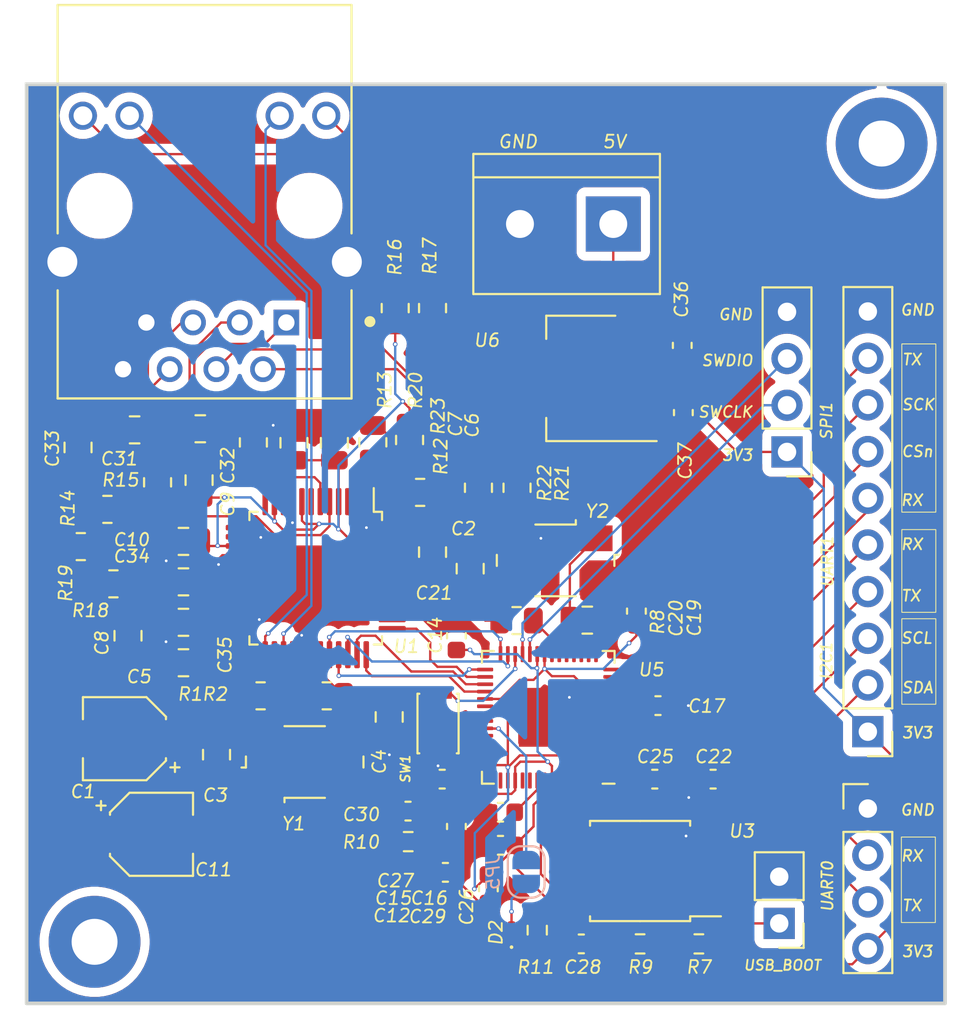
<source format=kicad_pcb>
(kicad_pcb (version 20221018) (generator pcbnew)
  (layers (0 "F.Cu" signal) (31 "B.Cu" signal) (34 "B.Paste" user) (35 "F.Paste" user) (36 "B.SilkS" user "B.Silkscreen") (37 "F.SilkS" user "F.Silkscreen") (38 "B.Mask" user) (39 "F.Mask" user) (44 "Edge.Cuts" user))
  (net 0 "")
  (net 1 "+3V3")
  (net 2 "GND")
  (net 3 "Net-(C3-Pad1)")
  (net 4 "/W5500/XOUT")
  (net 5 "+1V1")
  (net 6 "/RP2040/XIN")
  (net 7 "Net-(C21-Pad2)")
  (net 8 "/RP2040/RUN")
  (net 9 "Net-(C31-Pad1)")
  (net 10 "Net-(C31-Pad2)")
  (net 11 "Net-(C32-Pad1)")
  (net 12 "Net-(C32-Pad2)")
  (net 13 "Net-(C33-Pad1)")
  (net 14 "Net-(U1-TOCAP)")
  (net 15 "Net-(U1-1V2O)")
  (net 16 "Net-(J1-Pin_1)")
  (net 17 "Net-(D2-K)")
  (net 18 "Net-(D2-A)")
  (net 19 "/RP2040/UART1_TX")
  (net 20 "/RP2040/UART1_RX")
  (net 21 "/RP2040/I2C1_SDA")
  (net 22 "/RP2040/I2C1_SCL")
  (net 23 "/RP2040/SPI1_TX")
  (net 24 "/RP2040/SPI1_CSn")
  (net 25 "/RP2040/SPI1_SCK")
  (net 26 "/RP2040/SPI1_RX")
  (net 27 "/RP2040/USB_BOOT")
  (net 28 "/RP2040/UART0_RX")
  (net 29 "/RP2040/UART0_TX")
  (net 30 "/RP2040/SWCLK")
  (net 31 "/RP2040/SWDIO")
  (net 32 "Net-(Jeee1-Pad1)")
  (net 33 "Net-(Jeee1-Pad2)")
  (net 34 "Net-(Jeee1-Pad4)")
  (net 35 "Net-(Jeee1-Pad9)")
  (net 36 "ACTLED")
  (net 37 "Net-(Jeee1-Pad12)")
  (net 38 "LINKLED")
  (net 39 "/RP2040/GPIO25")
  (net 40 "/W5500/XIN")
  (net 41 "/RP2040/QSPI_SS")
  (net 42 "/RP2040/XOUT")
  (net 43 "Net-(U1-TXN)")
  (net 44 "Net-(U1-TXP)")
  (net 45 "Net-(U1-RXN)")
  (net 46 "Net-(U1-RXP)")
  (net 47 "Net-(U1-EXRES1)")
  (net 54 "/W5500/SCS")
  (net 55 "/W5500/SCLK")
  (net 56 "/W5500/MISO")
  (net 57 "/W5500/MOSI")
  (net 58 "/W5500/INTN")
  (net 59 "/W5500/RSTN")
  (net 67 "/RP2040/QSPI_SD1")
  (net 68 "/RP2040/QSPI_SD2")
  (net 69 "/RP2040/QSPI_SD0")
  (net 70 "/RP2040/QSPI_SCLK")
  (net 71 "/RP2040/QSPI_SD3")
  (net 85 "/RP2040/AREF")
  (footprint "Capacitor_SMD:C_0603_1608Metric" (layer "F.Cu") (at 98.755 77.86 -90)
    (fp_text reference "C37")
    (fp_text value "10uF")
  )
  (footprint "Capacitor_SMD:C_0805_2012Metric" (layer "F.Cu") (at 79.756 79.502 90)
    (fp_text reference "C6")
    (fp_text value "100nF")
  )
  (footprint "LED_SMD:LED_0201_0603Metric" (layer "F.Cu") (at 89.4 106.08 90)
    (fp_text reference "D2")
    (fp_text value "LED")
  )
  (footprint "Resistor_SMD:R_0805_2012Metric" (layer "F.Cu") (at 83.85 79.35 -90)
    (fp_text reference "R20")
    (fp_text value "49.9R")
  )
  (footprint "Resistor_SMD:R_0805_2012Metric" (layer "F.Cu") (at 81.85 79.475 -90)
    (fp_text reference "R13")
    (fp_text value "0R")
  )
  (footprint "Resistor_SMD:R_0805_2012Metric" (layer "F.Cu") (at 84.425 82.2 180)
    (fp_text reference "R12")
    (fp_text value "0R")
  )
  (footprint "Crystal:Crystal_SMD_0603-4Pin_6.0x3.5mm" (layer "F.Cu") (at 78.14 96.868)
    (fp_text reference "Y1")
    (fp_text value "Crystal_GND24")
  )
  (footprint "Resistor_SMD:R_0805_2012Metric" (layer "F.Cu") (at 75.346 79.482 -90)
    (fp_text reference "R23")
    (fp_text value "12.4K")
  )
  (footprint "Resistor_SMD:R_0603_1608Metric" (layer "F.Cu") (at 90.8 106.015 -90)
    (fp_text reference "R11")
    (fp_text value "470R")
  )
  (footprint "Capacitor_SMD:C_0603_1608Metric" (layer "F.Cu") (at 97.2 97.8)
    (fp_text reference "C25")
    (fp_text value "100n")
  )
  (footprint "Resistor_SMD:R_0805_2012Metric" (layer "F.Cu") (at 85.1 72.175 -90)
    (fp_text reference "R17")
    (fp_text value "330R")
  )
  (footprint "Capacitor_SMD:C_0805_2012Metric" (layer "F.Cu") (at 71.54 91.468 180)
    (fp_text reference "C5")
    (fp_text value "100nF")
  )
  (footprint "Connector_PinHeader_2.54mm:PinHeader_1x04_P2.54mm_Vertical" (layer "F.Cu") (at 108.8 99.4)
    (fp_text reference "UART0")
    (fp_text value "Conn_01x04")
  )
  (footprint "Capacitor_SMD:C_0603_1608Metric" (layer "F.Cu") (at 85.8 102.87)
    (fp_text reference "C12")
    (fp_text value "100n")
  )
  (footprint "Package_DFN_QFN:QFN-56-1EP_7x7mm_P0.4mm_EP3.2x3.2mm" (layer "F.Cu") (at 91.4 94.4375 180)
    (fp_text reference "U5")
    (fp_text value "RP2040")
  )
  (footprint "Connector_PinHeader_2.54mm:PinHeader_1x02_P2.54mm_Vertical" (layer "F.Cu") (at 103.975 105.6475 180)
    (fp_text reference "J4" hide)
    (fp_text value "Conn_01x02_Pin")
  )
  (footprint "Resistor_SMD:R_0805_2012Metric" (layer "F.Cu") (at 65.95 85.15 180)
    (fp_text reference "R19")
    (fp_text value "49.9R")
  )
  (footprint "Resistor_SMD:R_0805_2012Metric" (layer "F.Cu") (at 89.675 89.175 180)
    (fp_text reference "R8")
    (fp_text value "1K")
  )
  (footprint "Capacitor_SMD:C_0603_1608Metric" (layer "F.Cu") (at 83.765 99.54)
    (fp_text reference "C30")
    (fp_text value "1u")
  )
  (footprint "Capacitor_SMD:C_0603_1608Metric" (layer "F.Cu") (at 100.375 97.8)
    (fp_text reference "C22")
    (fp_text value "100n")
  )
  (footprint "Resistor_SMD:R_0805_2012Metric" (layer "F.Cu") (at 87.6 81.95 90)
    (fp_text reference "R22")
    (fp_text value "10.1R")
  )
  (footprint "Capacitor_SMD:C_0603_1608Metric" (layer "F.Cu") (at 97.375 93.8)
    (fp_text reference "C17")
    (fp_text value "100n")
  )
  (footprint "Resistor_SMD:R_0805_2012Metric" (layer "F.Cu") (at 83.068 72.175 -90)
    (fp_text reference "R16")
    (fp_text value "330R")
  )
  (footprint "Resistor_SMD:R_0805_2012Metric" (layer "F.Cu") (at 67.725 87.175 180)
    (fp_text reference "R18")
    (fp_text value "49.9R")
  )
  (footprint "Capacitor_SMD:C_0603_1608Metric" (layer "F.Cu") (at 88.8 101.4 180)
    (fp_text reference "C29")
    (fp_text value "100n")
  )
  (footprint "Resistor_SMD:R_0805_2012Metric" (layer "F.Cu") (at 89.7 81.95 90)
    (fp_text reference "R21")
    (fp_text value "49.9R")
  )
  (footprint "Capacitor_SMD:C_0805_2012Metric" (layer "F.Cu") (at 71.54 87.068 180)
    (fp_text reference "C34")
    (fp_text value "4.7uF")
  )
  (footprint "Resistor_SMD:R_0603_1608Metric" (layer "F.Cu") (at 83.775 101.2)
    (fp_text reference "R10")
    (fp_text value "10K")
  )
  (footprint "Capacitor_SMD:C_0603_1608Metric" (layer "F.Cu") (at 93.2 106.7625 180)
    (fp_text reference "C28")
    (fp_text value "100n")
  )
  (footprint "Capacitor_SMD:C_0805_2012Metric" (layer "F.Cu") (at 71.54 89.268 180)
    (fp_text reference "C35")
    (fp_text value "10nF")
  )
  (footprint "Button_Switch_SMD:SW_SPST_CK_KXT3" (layer "F.Cu") (at 85.4 94.775 -90)
    (fp_text reference "SW1")
    (fp_text value "BOOT")
  )
  (footprint "Capacitor_SMD:C_0603_1608Metric" (layer "F.Cu") (at 98.695 74.205 90)
    (fp_text reference "C36")
    (fp_text value "100nF")
  )
  (footprint "Resistor_SMD:R_0805_2012Metric" (layer "F.Cu") (at 75.74 93.268 180)
    (fp_text reference "R1")
    (fp_text value "0R")
  )
  (footprint "Capacitor_SMD:C_0805_2012Metric" (layer "F.Cu") (at 68.52 90 -90)
    (fp_text reference "C8")
    (fp_text value "100nF")
  )
  (footprint "Capacitor_SMD:C_0805_2012Metric" (layer "F.Cu") (at 72.39 81.534 90)
    (fp_text reference "C9")
    (fp_text value "100nF")
  )
  (footprint "Connector_PinHeader_2.54mm:PinHeader_1x04_P2.54mm_Vertical" (layer "F.Cu") (at 104.4 80 180)
    (fp_text reference "J6" hide)
    (fp_text value "Conn_01x04")
  )
  (footprint "Capacitor_SMD:C_0603_1608Metric" (layer "F.Cu") (at 96.2 88.66 90)
    (fp_text reference "C19")
    (fp_text value "100n")
  )
  (footprint "Resistor_SMD:R_0805_2012Metric" (layer "F.Cu") (at 70.13 81.6525 -90)
    (fp_text reference "R15")
    (fp_text value "0R")
  )
  (footprint "Capacitor_SMD:C_0805_2012Metric" (layer "F.Cu") (at 77.556 79.502 90)
    (fp_text reference "C7")
    (fp_text value "100nF")
  )
  (footprint "Capacitor_SMD:C_0805_2012Metric" (layer "F.Cu") (at 71.54 84.868 180)
    (fp_text reference "C10")
    (fp_text value "100nF")
  )
  (footprint "MountingHole:MountingHole_2.5mm_Pad_TopBottom" (layer "F.Cu") (at 109.55 63.225)
    (fp_text reference "H1" hide)
    (fp_text value "MountingHole")
  )
  (footprint "Capacitor_SMD:CP_Elec_4x3" (layer "F.Cu") (at 68.326 95.6 180)
    (fp_text reference "C1")
    (fp_text value "10uF")
  )
  (footprint "Capacitor_SMD:C_0805_2012Metric" (layer "F.Cu") (at 93.525 89.15 180)
    (fp_text reference "C20")
    (fp_text value "27pf")
  )
  (footprint "Resistor_SMD:R_0805_2012Metric" (layer "F.Cu") (at 79.34 93.268)
    (fp_text reference "R2")
    (fp_text value "1M")
  )
  (footprint "Package_SO:SOIC-8_5.23x5.23mm_P1.27mm" (layer "F.Cu") (at 96.4 102.7975 180)
    (fp_text reference "U3")
    (fp_text value "W25Q128JVS")
  )
  (footprint "Capacitor_SMD:C_0603_1608Metric" (layer "F.Cu") (at 86.4 100.375 -90)
    (fp_text reference "C15")
    (fp_text value "1U")
  )
  (footprint "Resistor_SMD:R_0603_1608Metric" (layer "F.Cu") (at 99.6 106.7625)
    (fp_text reference "R7")
    (fp_text value "1K")
  )
  (footprint "Capacitor_SMD:C_0603_1608Metric" (layer "F.Cu") (at 88.14 103.76 -90)
    (fp_text reference "C26")
    (fp_text value "100n")
  )
  (footprint "Resistor_SMD:R_0603_1608Metric" (layer "F.Cu") (at 96.4 106.7625)
    (fp_text reference "R9")
    (fp_text value "DNF")
  )
  (footprint "Capacitor_SMD:C_0603_1608Metric" (layer "F.Cu") (at 86.4 90 90)
    (fp_text reference "C14")
    (fp_text value "100n")
  )
  (footprint "HR911105A:HANRUN_HR911105A" (layer "F.Cu") (at 72.69 66.61)
    (fp_text reference "Jeee1" hide)
    (fp_text value "HR911105A")
  )
  (footprint "Connector_PinHeader_2.54mm:PinHeader_1x10_P2.54mm_Vertical" (layer "F.Cu") (at 108.8 95.22 180)
    (fp_text reference "J2" hide)
    (fp_text value "Conn_01x10")
  )
  (footprint "Capacitor_SMD:C_0805_2012Metric" (layer "F.Cu") (at 73.34 96.468 -90)
    (fp_text reference "C3")
    (fp_text value "18pF")
  )
  (footprint "Capacitor_SMD:C_0805_2012Metric" (layer "F.Cu") (at 72.456 78.74)
    (fp_text reference "C32")
    (fp_text value "6.8nF")
  )
  (footprint "Capacitor_SMD:CP_Elec_4x3" (layer "F.Cu") (at 69.8 100.8)
    (fp_text reference "C11")
    (fp_text value "10uF")
  )
  (footprint "TerminalBlock:TerminalBlock_bornier-2_P5.08mm" (layer "F.Cu") (at 94.94 67.6 180)
    (fp_text reference "J1" hide)
    (fp_text value "Screw_Terminal_01x02")
  )
  (footprint "Crystal:Crystal_SMD_0603-4Pin_6.0x3.5mm" (layer "F.Cu") (at 91.8 85.9 180)
    (fp_text reference "Y2")
    (fp_text value "12MHz")
  )
  (footprint "Capacitor_SMD:C_0805_2012Metric" (layer "F.Cu") (at 65.8 79.756 90)
    (fp_text reference "C33")
    (fp_text value "10nF")
  )
  (footprint "Capacitor_SMD:C_0603_1608Metric" (layer "F.Cu") (at 85.625 97.8 180)
    (fp_text reference "C27")
    (fp_text value "100n")
  )
  (footprint "Capacitor_SMD:C_0805_2012Metric" (layer "F.Cu") (at 85.1 85.45 -90)
    (fp_text reference "C2")
    (fp_text value "100nF")
  )
  (footprint "Capacitor_SMD:C_0805_2012Metric" (layer "F.Cu") (at 87.15 86.35 -90)
    (fp_text reference "C21")
    (fp_text value "27pf")
  )
  (footprint "Capacitor_SMD:C_0805_2012Metric" (layer "F.Cu") (at 82.74 94.418 -90)
    (fp_text reference "C4")
    (fp_text value "18pF")
  )
  (footprint "Capacitor_SMD:C_0805_2012Metric" (layer "F.Cu") (at 68.88 78.8)
    (fp_text reference "C31")
    (fp_text value "6.8nF")
  )
  (footprint "MountingHole:MountingHole_2.5mm_Pad_TopBottom" (layer "F.Cu") (at 66.7 106.65)
    (fp_text reference "H2" hide)
    (fp_text value "MountingHole")
  )
  (footprint "Resistor_SMD:R_0805_2012Metric" (layer "F.Cu") (at 67.4 83.125)
    (fp_text reference "R14")
    (fp_text value "0R")
  )
  (footprint "Package_TO_SOT_SMD:SOT-223-3_TabPin2" (layer "F.Cu") (at 93.2 76 180)
    (fp_text reference "U6")
    (fp_text value "LD1117S33TR_SOT223")
  )
  (footprint "Capacitor_SMD:C_0603_1608Metric" (layer "F.Cu") (at 88.8 99.6 180)
    (fp_text reference "C16")
    (fp_text value "1u")
  )
  (footprint "Package_QFP:LQFP-48_7x7mm_P0.5mm" (layer "F.Cu") (at 78.74 86.868 -90)
    (fp_text reference "U1")
    (fp_text value "W5500")
  )
  (footprint "Jumper:SolderJumper-2_P1.3mm_Open_RoundedPad1.0x1.5mm" (layer "B.Cu") (at 90.2 102.85 -90)
    (fp_text reference "JP5")
    (fp_text value "SolderJumper_2_Open")
  )
  (gr_rect (start 110.65 74.125) (end 112.5 83.275) (stroke (width 0.05)) (fill none) (layer "F.SilkS"))
  (gr_rect (start 110.65 84.225) (end 112.5 88.725) (stroke (width 0.05)) (fill none) (layer "F.SilkS"))
  (gr_rect (start 110.625 100.95) (end 112.475 105.6) (stroke (width 0.05)) (fill none) (layer "F.SilkS"))
  (gr_rect (start 110.65 89.075) (end 112.5 93.725) (stroke (width 0.05)) (fill none) (layer "F.SilkS"))
  (gr_rect (start 63 60) (end 113 110) (stroke (width 0.2)) (fill none) (layer "Edge.Cuts"))
  (gr_text "3V3" (at 111.5 107.175) (layer "F.SilkS") (effects (font (size 0.6 0.6) (thickness 0.1) italic)))
  (gr_text "TX" (at 111.2 74.975) (layer "F.SilkS") (effects (font (size 0.6 0.6) (thickness 0.1) italic)))
  (gr_text "GND" (at 111.5 99.475) (layer "F.SilkS") (effects (font (size 0.6 0.6) (thickness 0.1) italic)))
  (gr_text "SDA" (at 111.5 92.825) (layer "F.SilkS") (effects (font (size 0.6 0.6) (thickness 0.1) italic)))
  (gr_text "SCL" (at 111.45 90.125) (layer "F.SilkS") (effects (font (size 0.6 0.6) (thickness 0.1) italic)))
  (gr_text "3V3" (at 101.7 80.175) (layer "F.SilkS") (effects (font (size 0.6 0.6) (thickness 0.1) italic)))
  (gr_text "RX" (at 111.2 82.625) (layer "F.SilkS") (effects (font (size 0.6 0.6) (thickness 0.1) italic)))
  (gr_text "SPI1" (at 106.55 78.325 90) (layer "F.SilkS") (effects (font (size 0.6 0.6) (thickness 0.1) italic)))
  (gr_text "SWDIO" (at 101.15 75.025) (layer "F.SilkS") (effects (font (size 0.6 0.6) (thickness 0.1) italic)))
  (gr_text "TX" (at 111.2 104.675) (layer "F.SilkS") (effects (font (size 0.6 0.6) (thickness 0.1) italic)))
  (gr_text "I2C1" (at 106.55 91.375 90) (layer "F.SilkS") (effects (font (size 0.6 0.6) (thickness 0.1) italic)))
  (gr_text "RX" (at 111.2 101.975) (layer "F.SilkS") (effects (font (size 0.6 0.6) (thickness 0.1) italic)))
  (gr_text "5V" (at 95 63.125) (layer "F.SilkS") (effects (font (size 0.7 0.7) (thickness 0.1) italic)))
  (gr_text "GND" (at 89.75 63.125) (layer "F.SilkS") (effects (font (size 0.7 0.7) (thickness 0.1) italic)))
  (gr_text "GND" (at 111.5 72.275) (layer "F.SilkS") (effects (font (size 0.6 0.6) (thickness 0.1) italic)))
  (gr_text "RX" (at 111.2 85.025) (layer "F.SilkS") (effects (font (size 0.6 0.6) (thickness 0.1) italic)))
  (gr_text "TX" (at 111.15 87.825) (layer "F.SilkS") (effects (font (size 0.6 0.6) (thickness 0.1) italic)))
  (gr_text "GND" (at 101.6 72.525) (layer "F.SilkS") (effects (font (size 0.6 0.6) (thickness 0.1) italic)))
  (gr_text "3V3" (at 111.5 95.275) (layer "F.SilkS") (effects (font (size 0.6 0.6) (thickness 0.1) italic)))
  (gr_text "SWCLK" (at 101.05 77.825) (layer "F.SilkS") (effects (font (size 0.6 0.6) (thickness 0.1) italic)))
  (gr_text "UART1" (at 106.6 85.975 90) (layer "F.SilkS") (effects (font (size 0.6 0.6) (thickness 0.1) italic)))
  (gr_text "USB_BOOT" (at 104.15 107.925) (layer "F.SilkS") (effects (font (size 0.55 0.55) (thickness 0.1) italic)))
  (gr_text "CSn" (at 111.5 79.975) (layer "F.SilkS") (effects (font (size 0.6 0.6) (thickness 0.1) italic)))
  (gr_text "SCK" (at 111.55 77.425) (layer "F.SilkS") (effects (font (size 0.6 0.6) (thickness 0.1) italic)))
  (segment (start 92.8 92.2) (end 94.0375 93.4375) (width 0.127) (layer "F.Cu") (net 1))
  (segment (start 77.325 92.075) (end 73.097 92.075) (width 0.127) (layer "F.Cu") (net 1))
  (segment (start 84.6 101.2) (end 84.6 101.029476) (width 0.127) (layer "F.Cu") (net 1))
  (segment (start 99.2 97) (end 99.6 97.4) (width 0.127) (layer "F.Cu") (net 1))
  (segment (start 75.718 86.118) (end 75.775 86.175) (width 0.127) (layer "F.Cu") (net 1))
  (segment (start 79.99 84.165) (end 81.443 85.618) (width 0.127) (layer "F.Cu") (net 1))
  (segment (start 91.2 98.6) (end 90.6 99.2) (width 0.127) (layer "F.Cu") (net 1))
  (segment (start 96.35 76) (end 97.67 76) (width 0.127) (layer "F.Cu") (net 1))
  (segment (start 91.2 91.8) (end 91.6 92.2) (width 0.127) (layer "F.Cu") (net 1))
  (segment (start 95.6975 97.0375) (end 96.425 97.765) (width 0.127) (layer "F.Cu") (net 1))
  (segment (start 74.5775 86.118) (end 75.718 86.118) (width 0.127) (layer "F.Cu") (net 1))
  (segment (start 90.8 98.375) (end 89.575 99.6) (width 0.127) (layer "F.Cu") (net 1))
  (segment (start 81.536 86.118) (end 81.443 86.025) (width 0.127) (layer "F.Cu") (net 1))
  (segment (start 83.982 85.618) (end 85.1 84.5) (width 0.127) (layer "F.Cu") (net 1))
  (segment (start 76.95 84.225) (end 78.614407 84.225) (width 0.127) (layer "F.Cu") (net 1))
  (segment (start 96.2 89.435) (end 96.2 90) (width 0.127) (layer "F.Cu") (net 1))
  (segment (start 85.4 100.229476) (end 85.4 98.8) (width 0.127) (layer "F.Cu") (net 1))
  (segment (start 89.2 97.16) (end 89.85 96.51) (width 0.127) (layer "F.Cu") (net 1))
  (segment (start 89.8485 92.4) (end 90.6 92.4) (width 0.127) (layer "F.Cu") (net 1))
  (segment (start 91.723953 104.7025) (end 92.8 104.7025) (width 0.127) (layer "F.Cu") (net 1))
  (segment (start 94.1575 97.0375) (end 94.8375 97.0375) (width 0.127) (layer "F.Cu") (net 1))
  (segment (start 88.811 93.4375) (end 89.8485 92.4) (width 0.127) (layer "F.Cu") (net 1))
  (segment (start 73.766 82.484) (end 73.775 82.475) (width 0.127) (layer "F.Cu") (net 1))
  (segment (start 81.443 86.218) (end 81.443 86.025) (width 0.127) (layer "F.Cu") (net 1))
  (segment (start 97.67 76) (end 98.755 77.085) (width 0.127) (layer "F.Cu") (net 1))
  (segment (start 68 100.8) (end 68 97.726) (width 0.127) (layer "F.Cu") (net 1))
  (segment (start 90.05 76) (end 88.0125 76) (width 0.127) (layer "F.Cu") (net 1))
  (segment (start 91.6 92.2) (end 92.8 92.2) (width 0.127) (layer "F.Cu") (net 1))
  (segment (start 73.4 85.1) (end 73.382 85.118) (width 0.127) (layer "F.Cu") (net 1))
  (segment (start 91.2 97.875) (end 91.2 98.6) (width 0.127) (layer "F.Cu") (net 1))
  (segment (start 89.7 82.8625) (end 87.6 82.8625) (width 0.127) (layer "F.Cu") (net 1))
  (segment (start 75.432 88.118) (end 74.5775 88.118) (width 0.127) (layer "F.Cu") (net 1))
  (segment (start 71.5 88.168) (end 71.55 88.118) (width 0.127) (layer "F.Cu") (net 1))
  (segment (start 72.49 93.236) (end 70.126 95.6) (width 0.127) (layer "F.Cu") (net 1))
  (segment (start 96.2 90) (end 95.8 90.4) (width 0.127) (layer "F.Cu") (net 1))
  (segment (start 77.556 80.452) (end 79.756 80.452) (width 0.127) (layer "F.Cu") (net 1))
  (segment (start 87.9625 97.0375) (end 89.0775 97.0375) (width 0.127) (layer "F.Cu") (net 1))
  (segment (start 76.5 83.775) (end 76.5 82.7155) (width 0.127) (layer "F.Cu") (net 1))
  (segment (start 94.8375 97.0375) (end 95.6975 97.0375) (width 0.127) (layer "F.Cu") (net 1))
  (segment (start 75.775 85.4) (end 75.775 86.175) (width 0.127) (layer "F.Cu") (net 1))
  (segment (start 101.67 80) (end 104.4 80) (width 0.127) (layer "F.Cu") (net 1))
  (segment (start 81.443 86.025) (end 81.443 85.618) (width 0.127) (layer "F.Cu") (net 1))
  (segment (start 78.925 83.914407) (end 78.164407 83.914407) (width 0.127) (layer "F.Cu") (net 1))
  (segment (start 81.443 85.618) (end 82.9025 85.618) (width 0.127) (layer "F.Cu") (net 1))
  (segment (start 96.2375 93.4375) (end 96.6 93.8) (width 0.127) (layer "F.Cu") (net 1))
  (segment (start 87.9625 93.4375) (end 88.811 93.4375) (width 0.127) (layer "F.Cu") (net 1))
  (segment (start 85.1 84.35) (end 86.6375 82.8125) (width 0.127) (layer "F.Cu") (net 1))
  (segment (start 87.9625 97.0375) (end 87.1625 97.0375) (width 0.127) (layer "F.Cu") (net 1))
  (segment (start 89.575 102.553547) (end 91.723953 104.7025) (width 0.127) (layer "F.Cu") (net 1))
  (segment (start 90.6 100.375) (end 89.575 101.4) (width 0.127) (layer "F.Cu") (net 1))
  (segment (start 85.4 98.8) (end 86.4 97.8) (width 0.127) (layer "F.Cu") (net 1))
  (segment (start 77.49 91.0305) (end 77.49 91.91) (width 0.127) (layer "F.Cu") (net 1))
  (segment (start 96.6825 107.87) (end 95.575 106.7625) (width 0.127) (layer "F.Cu") (net 1))
  (segment (start 73.097 92.075) (end 72.49 91.468) (width 0.127) (layer "F.Cu") (net 1))
  (segment (start 94.8375 93.4375) (end 96.2375 93.4375) (width 0.127) (layer "F.Cu") (net 1))
  (segment (start 93.63 96.51) (end 94.1575 97.0375) (width 0.127) (layer "F.Cu") (net 1))
  (segment (start 79.99 82.7055) (end 79.99 80.686) (width 0.127) (layer "F.Cu") (net 1))
  (segment (start 75.493 85.118) (end 75.775 85.4) (width 0.127) (layer "F.Cu") (net 1))
  (segment (start 88.0125 76) (end 85.1 73.0875) (width 0.127) (layer "F.Cu") (net 1))
  (segment (start 74.5775 85.118) (end 75.493 85.118) (width 0.127) (layer "F.Cu") (net 1))
  (segment (start 69.452 88.118) (end 71.55 88.118) (width 0.127) (layer "F.Cu") (net 1))
  (segment (start 76.5 83.775) (end 76.95 84.225) (width 0.127) (layer "F.Cu") (net 1))
  (segment (start 108.8 107.02) (end 107.95 107.87) (width 0.127) (layer "F.Cu") (net 1))
  (segment (start 108.8 95.22) (end 110.2 96.62) (width 0.127) (layer "F.Cu") (net 1))
  (segment (start 72.49 91.468) (end 72.49 93.236) (width 0.127) (layer "F.Cu") (net 1))
  (segment (start 90.6 99.2) (end 90.6 100.375) (width 0.127) (layer "F.Cu") (net 1))
  (segment (start 71.5 90.478) (end 71.5 88.168) (width 0.127) (layer "F.Cu") (net 1))
  (segment (start 85.1 84.5) (end 85.1 84.35) (width 0.127) (layer "F.Cu") (net 1))
  (segment (start 107.95 107.87) (end 96.6825 107.87) (width 0.127) (layer "F.Cu") (net 1))
  (segment (start 93.975 106.7625) (end 95.575 106.7625) (width 0.127) (layer "F.Cu") (net 1))
  (segment (start 79.99 82.7055) (end 79.99 84.165) (width 0.127) (layer "F.Cu") (net 1))
  (segment (start 78.614407 84.225) (end 78.925 83.914407) (width 0.127) (layer "F.Cu") (net 1))
  (segment (start 91.2 91.8) (end 91.2 91) (width 0.127) (layer "F.Cu") (net 1))
  (segment (start 87.1625 97.0375) (end 86.4 97.8) (width 0.127) (layer "F.Cu") (net 1))
  (segment (start 98.755 77.085) (end 101.67 80) (width 0.127) (layer "F.Cu") (net 1))
  (segment (start 90.6 92.4) (end 91.2 91.8) (width 0.127) (layer "F.Cu") (net 1))
  (segment (start 92.8 104.7025) (end 93.7025 104.7025) (width 0.127) (layer "F.Cu") (net 1))
  (segment (start 73.418 85.118) (end 73.4 85.1) (width 0.127) (layer "F.Cu") (net 1))
  (segment (start 88.14 102.985) (end 89.575 101.55) (width 0.127) (layer "F.Cu") (net 1))
  (segment (start 77.99 83.74) (end 77.99 82.7055) (width 0.127) (layer "F.Cu") (net 1))
  (segment (start 88.7075 93.4375) (end 89.2 93.93) (width 0.127) (layer "F.Cu") (net 1))
  (segment (start 90.05 76) (end 96.35 76) (width 0.127) (layer "F.Cu") (net 1))
  (segment (start 83.068 73.0875) (end 85.1 73.0875) (width 0.127) (layer "F.Cu") (net 1))
  (segment (start 89.2 93.93) (end 89.2 97.28) (width 0.127) (layer "F.Cu") (net 1))
  (segment (start 93.7025 104.7025) (end 93.975 104.975) (width 0.127) (layer "F.Cu") (net 1))
  (segment (start 89.2 97.28) (end 89.2 97.16) (width 0.127) (layer "F.Cu") (net 1))
  (segment (start 72.74 85.118) (end 72.49 84.868) (width 0.127) (layer "F.Cu") (net 1))
  (segment (start 93.975 104.975) (end 93.975 106.7625) (width 0.127) (layer "F.Cu") (net 1))
  (segment (start 86.6375 82.8125) (end 88.1 82.8125) (width 0.127) (layer "F.Cu") (net 1))
  (segment (start 76.5 82.7155) (end 76.49 82.7055) (width 0.127) (layer "F.Cu") (net 1))
  (segment (start 110.2 105.62) (end 108.8 107.02) (width 0.127) (layer "F.Cu") (net 1))
  (segment (start 87.9625 93.4375) (end 88.7075 93.4375) (width 0.127) (layer "F.Cu") (net 1))
  (segment (start 75.775 87.775) (end 75.432 88.118) (width 0.127) (layer "F.Cu") (net 1))
  (segment (start 89.0775 97.0375) (end 89.2 97.16) (width 0.127) (layer "F.Cu") (net 1))
  (segment (start 84.6 101.029476) (end 85.4 100.229476) (width 0.127) (layer "F.Cu") (net 1))
  (segment (start 83.85 77.625) (end 83.475 77.25) (width 0.127) (layer "F.Cu") (net 1))
  (segment (start 72.39 82.484) (end 73.766 82.484) (width 0.127) (layer "F.Cu") (net 1))
  (segment (start 89.575 101.4) (end 89.575 102.553547) (width 0.127) (layer "F.Cu") (net 1))
  (segment (start 77.49 91.91) (end 77.325 92.075) (width 0.127) (layer "F.Cu") (net 1))
  (segment (start 83.068 73.0875) (end 83.068 74.143) (width 0.127) (layer "F.Cu") (net 1))
  (segment (start 96.425 97.765) (end 96.425 97.8) (width 0.127) (layer "F.Cu") (net 1))
  (segment (start 110.2 96.62) (end 110.2 105.62) (width 0.127) (layer "F.Cu") (net 1))
  (segment (start 89.2 97.875) (end 89.2 97.28) (width 0.127) (layer "F.Cu") (net 1))
  (segment (start 89.575 101.55) (end 89.575 99.6) (width 0.127) (layer "F.Cu") (net 1))
  (segment (start 99.6 97.4) (end 99.6 97.8) (width 0.127) (layer "F.Cu") (net 1))
  (segment (start 83.85 78.4375) (end 83.85 77.625) (width 0.127) (layer "F.Cu") (net 1))
  (segment (start 89.85 96.51) (end 93.63 96.51) (width 0.127) (layer "F.Cu") (net 1))
  (segment (start 96.425 97.375) (end 96.8 97) (width 0.127) (layer "F.Cu") (net 1))
  (segment (start 75.775 86.175) (end 75.775 87.775) (width 0.127) (layer "F.Cu") (net 1))
  (segment (start 78.164407 83.914407) (end 77.99 83.74) (width 0.127) (layer "F.Cu") (net 1))
  (segment (start 82.9025 86.618) (end 81.843 86.618) (width 0.127) (layer "F.Cu") (net 1))
  (segment (start 71.55 88.118) (end 74.5775 88.118) (width 0.127) (layer "F.Cu") (net 1))
  (segment (start 79.99 80.686) (end 79.756 80.452) (width 0.127) (layer "F.Cu") (net 1))
  (segment (start 74.5775 85.118) (end 73.418 85.118) (width 0.127) (layer "F.Cu") (net 1))
  (segment (start 68 97.726) (end 70.126 95.6) (width 0.127) (layer "F.Cu") (net 1))
  (segment (start 94.0375 93.4375) (end 94.8375 93.4375) (width 0.127) (layer "F.Cu") (net 1))
  (segment (start 82.9025 85.618) (end 83.982 85.618) (width 0.127) (layer "F.Cu") (net 1))
  (segment (start 90.8 97.875) (end 90.8 98.375) (width 0.127) (layer "F.Cu") (net 1))
  (segment (start 72.49 91.468) (end 71.5 90.478) (width 0.127) (layer "F.Cu") (net 1))
  (segment (start 96.8 97) (end 99.2 97) (width 0.127) (layer "F.Cu") (net 1))
  (segment (start 73.382 85.118) (end 72.74 85.118) (width 0.127) (layer "F.Cu") (net 1))
  (segment (start 87.375 103.775) (end 88.14 103.01) (width 0.127) (layer "F.Cu") (net 1))
  (segment (start 88.14 103.01) (end 88.14 102.985) (width 0.127) (layer "F.Cu") (net 1))
  (segment (start 82.9025 86.118) (end 81.536 86.118) (width 0.127) (layer "F.Cu") (net 1))
  (segment (start 81.843 86.618) (end 81.443 86.218) (width 0.127) (layer "F.Cu") (net 1))
  (segment (start 68.52 89.05) (end 69.452 88.118) (width 0.127) (layer "F.Cu") (net 1))
  (segment (start 96.425 97.8) (end 96.425 97.375) (width 0.127) (layer "F.Cu") (net 1))
  (via (at 91.2 91.8) (size 0.25) (drill 0.15) (layers "F.Cu" "B.Cu") (net 1))
  (via (at 78.925 83.914407) (size 0.25) (drill 0.15) (layers "F.Cu" "B.Cu") (net 1))
  (via (at 79.975 84.2) (size 0.25) (drill 0.15) (layers "F.Cu" "B.Cu") (net 1))
  (via (at 87.375 103.775) (size 0.25) (drill 0.15) (layers "F.Cu" "B.Cu") (net 1))
  (via (at 83.475 77.25) (size 0.25) (drill 0.15) (layers "F.Cu" "B.Cu") (net 1))
  (via (at 73.775 82.475) (size 0.25) (drill 0.15) (layers "F.Cu" "B.Cu") (net 1))
  (via (at 73.4 85.1) (size 0.25) (drill 0.15) (layers "F.Cu" "B.Cu") (net 1))
  (via (at 76.5 83.775) (size 0.25) (drill 0.15) (layers "F.Cu" "B.Cu") (net 1))
  (via (at 89.2 97.16) (size 0.25) (drill 0.15) (layers "F.Cu" "B.Cu") (net 1))
  (via (at 83.068 74.143) (size 0.25) (drill 0.15) (layers "F.Cu" "B.Cu") (net 1))
  (via (at 95.8 90.4) (size 0.25) (drill 0.15) (layers "F.Cu" "B.Cu") (net 1))
  (segment (start 83.068 74.143) (end 83.068 76.843) (width 0.127) (layer "B.Cu") (net 1))
  (segment (start 106.4 92.82) (end 108.8 95.22) (width 0.127) (layer "B.Cu") (net 1))
  (segment (start 87.375 103.775) (end 87.4 103.75) (width 0.127) (layer "B.Cu") (net 1))
  (segment (start 87.4 100.74) (end 89.21 98.93) (width 0.127) (layer "B.Cu") (net 1))
  (segment (start 75.2 82.475) (end 73.775 82.475) (width 0.127) (layer "B.Cu") (net 1))
  (segment (start 104.4 80) (end 106.4 82) (width 0.127) (layer "B.Cu") (net 1))
  (segment (start 79.975 80.75) (end 79.975 84.2) (width 0.127) (layer "B.Cu") (net 1))
  (segment (start 89.21 98.93) (end 89.21 97.17) (width 0.127) (layer "B.Cu") (net 1))
  (segment (start 78.925 83.914407) (end 79.689407 83.914407) (width 0.127) (layer "B.Cu") (net 1))
  (segment (start 87.4 103.75) (end 87.4 100.74) (width 0.127) (layer "B.Cu") (net 1))
  (segment (start 83.068 76.843) (end 83.475 77.25) (width 0.127) (layer "B.Cu") (net 1))
  (segment (start 73.775 82.475) (end 73.4 82.85) (width 0.127) (layer "B.Cu") (net 1))
  (segment (start 79.689407 83.914407) (end 79.975 84.2) (width 0.127) (layer "B.Cu") (net 1))
  (segment (start 73.4 82.85) (end 73.4 85.1) (width 0.127) (layer "B.Cu") (net 1))
  (segment (start 106.4 82) (end 106.4 92.82) (width 0.127) (layer "B.Cu") (net 1))
  (segment (start 83.475 77.25) (end 79.975 80.75) (width 0.127) (layer "B.Cu") (net 1))
  (segment (start 95.8 90.4) (end 94.4 91.8) (width 0.127) (layer "B.Cu") (net 1))
  (segment (start 94.4 91.8) (end 91.2 91.8) (width 0.127) (layer "B.Cu") (net 1))
  (segment (start 76.5 83.775) (end 75.2 82.475) (width 0.127) (layer "B.Cu") (net 1))
  (segment (start 89.21 97.17) (end 89.2 97.16) (width 0.127) (layer "B.Cu") (net 1))
  (segment (start 69.52 73.36) (end 69.53 73.37) (width 0.127) (layer "F.Cu") (net 2))
  (segment (start 88.14 105.793557) (end 89.186443 106.84) (width 0.127) (layer "F.Cu") (net 2))
  (segment (start 75.3635 78.552) (end 75.346 78.5695) (width 0.127) (layer "F.Cu") (net 2))
  (segment (start 74.5775 87.118) (end 73.718 87.118) (width 0.127) (layer "F.Cu") (net 2))
  (segment (start 78.94 99.468) (end 80.34 98.068) (width 0.127) (layer "F.Cu") (net 2))
  (segment (start 94 87.1) (end 94 88.675) (width 0.127) (layer "F.Cu") (net 2))
  (segment (start 81.276798 84.118) (end 80.49 83.331202) (width 0.127) (layer "F.Cu") (net 2))
  (segment (start 73.34 99.06) (end 73.34 97.418) (width 0.127) (layer "F.Cu") (net 2))
  (segment (start 82.74 96.485) (end 82.75 96.475) (width 0.127) (layer "F.Cu") (net 2))
  (segment (start 87.85 84.7) (end 89.6 84.7) (width 0.127) (layer "F.Cu") (net 2))
  (segment (start 87.15 85.4) (end 87.85 84.7) (width 0.127) (layer "F.Cu") (net 2))
  (segment (start 73.34 98.668) (end 74.14 99.468) (width 0.127) (layer "F.Cu") (net 2))
  (segment (start 77.49 83.835) (end 77.49 82.7055) (width 0.127) (layer "F.Cu") (net 2))
  (segment (start 86.4 101.15) (end 86.4 102.695) (width 0.127) (layer "F.Cu") (net 2))
  (segment (start 64.945 69.66) (end 64.945 72.195) (width 0.127) (layer "F.Cu") (net 2))
  (segment (start 82.75 96.475) (end 82.74 96.465) (width 0.127) (layer "F.Cu") (net 2))
  (segment (start 85.4 97.25) (end 84.85 97.8) (width 0.127) (layer "F.Cu") (net 2))
  (segment (start 77.99 91.0305) (end 77.99 89.928) (width 0.127) (layer "F.Cu") (net 2))
  (segment (start 74.5775 89.118) (end 75.668 89.118) (width 0.127) (layer "F.Cu") (net 2))
  (segment (start 89.186443 106.84) (end 90.8 106.84) (width 0.127) (layer "F.Cu") (net 2))
  (segment (start 82.74 97.29) (end 82.74 96.485) (width 0.127) (layer "F.Cu") (net 2))
  (segment (start 75.94 95.668) (end 77.94 95.668) (width 0.127) (layer "F.Cu") (net 2))
  (segment (start 86.575 102.87) (end 86.575 102.85) (width 0.127) (layer "F.Cu") (net 2))
  (segment (start 96.35 84.75) (end 96.35 78.3) (width 0.127) (layer "F.Cu") (net 2))
  (segment (start 88.025 99.6) (end 88.025 101.4) (width 0.127) (layer "F.Cu") (net 2))
  (segment (start 77.99 89.928) (end 77.99 89.96) (width 0.127) (layer "F.Cu") (net 2))
  (segment (start 86.575 102.85) (end 88.025 101.4) (width 0.127) (layer "F.Cu") (net 2))
  (segment (start 97.975 97.8) (end 98.975 98.8) (width 0.127) (layer "F.Cu") (net 2))
  (segment (start 73.34 97.418) (end 73.34 98.668) (width 0.127) (layer "F.Cu") (net 2))
  (segment (start 84.54 99.54) (end 84.85 99.23) (width 0.127) (layer "F.Cu") (net 2))
  (segment (start 77.99 89.96) (end 77.975 89.975) (width 0.127) (layer "F.Cu") (net 2))
  (segment (start 64.945 72.195) (end 68.25 75.5) (width 0.127) (layer "F.Cu") (net 2))
  (segment (start 75.718 84.618) (end 75.75 84.65) (width 0.127) (layer "F.Cu") (net 2))
  (segment (start 85.4 96.4) (end 85.4 97.075) (width 0.127) (layer "F.Cu") (net 2))
  (segment (start 85.4 97.075) (end 85.4 97.25) (width 0.127) (layer "F.Cu") (net 2))
  (segment (start 82.74 96.465) (end 82.74 95.368) (width 0.127) (layer "F.Cu") (net 2))
  (segment (start 73.657 85.618) (end 74.5775 85.618) (width 0.127) (layer "F.Cu") (net 2))
  (segment (start 92.4 91) (end 92.4 90.375) (width 0.127) (layer "F.Cu") (net 2))
  (segment (start 74.14 99.468) (end 78.94 99.468) (width 0.127) (layer "F.Cu") (net 2))
  (segment (start 76.425 78.55) (end 76.423 78.552) (width 0.127) (layer "F.Cu") (net 2))
  (segment (start 69.52 72.96) (end 69.52 73.36) (width 0.127) (layer "F.Cu") (net 2))
  (segment (start 70.59 91.468) (end 70.59 89.268) (width 0.127) (layer "F.Cu") (net 2))
  (segment (start 80.34 98.068) (end 81.962 98.068) (width 0.127) (layer "F.Cu") (net 2))
  (segment (start 68.52 90.95) (end 70.072 90.95) (width 0.127) (layer "F.Cu") (net 2))
  (segment (start 92.6 90.175) (end 93.45 90.175) (width 0.127) (layer "F.Cu") (net 2))
  (segment (start 77.94 95.668) (end 80.34 98.068) (width 0.127) (layer "F.Cu") (net 2))
  (segment (start 93.45 90.175) (end 94.475 89.15) (width 0.127) (layer "F.Cu") (net 2))
  (segment (start 86.575 103.433913) (end 87.676087 104.535) (width 0.127) (layer "F.Cu") (net 2))
  (segment (start 90.8775 106.7625) (end 90.8 106.84) (width 0.127) (layer "F.Cu") (net 2))
  (segment (start 72.39 80.584) (end 73.3315 80.584) (width 0.127) (layer "F.Cu") (net 2))
  (segment (start 88.14 104.535) (end 88.14 105.793557) (width 0.127) (layer "F.Cu") (net 2))
  (segment (start 77.475 83.85) (end 77.49 83.835) (width 0.127) (layer "F.Cu") (net 2))
  (segment (start 98.15 93.8) (end 99.025 93.8) (width 0.127) (layer "F.Cu") (net 2))
  (segment (start 65.8 77.95) (end 65.8 78.806) (width 0.127) (layer "F.Cu") (net 2))
  (segment (start 99.05 98.8) (end 100.15 98.8) (width 0.127) (layer "F.Cu") (net 2))
  (segment (start 77.556 78.552) (end 76.427 78.552) (width 0.127) (layer "F.Cu") (net 2))
  (segment (start 74.5775 84.618) (end 75.718 84.618) (width 0.127) (layer "F.Cu") (net 2))
  (segment (start 85.1 86.4) (end 86.15 86.4) (width 0.127) (layer "F.Cu") (net 2))
  (segment (start 80.49 83.331202) (end 80.49 82.7055) (width 0.127) (layer "F.Cu") (net 2))
  (segment (start 81.962 98.068) (end 82.74 97.29) (width 0.127) (layer "F.Cu") (net 2))
  (segment (start 64.945 69.66) (end 80.435 69.66) (width 0.127) (layer "F.Cu") (net 2))
  (segment (start 77.556 78.552) (end 79.756 78.552) (width 0.127) (layer "F.Cu") (net 2))
  (segment (start 86.4 102.695) (end 86.575 102.87) (width 0.127) (layer "F.Cu") (net 2))
  (segment (start 66.526 95.6) (end 66.526 92.666) (width 0.127) (layer "F.Cu") (net 2))
  (segment (start 73.45 86.85) (end 73.45 85.825) (width 0.127) (layer "F.Cu") (net 2))
  (segment (start 71.6 100.8) (end 73.34 99.06) (width 0.127) (layer "F.Cu") (net 2))
  (segment (start 92.425 106.7625) (end 90.8775 106.7625) (width 0.127) (layer "F.Cu") (net 2))
  (segment (start 84.85 99.23) (end 84.85 97.8) (width 0.127) (layer "F.Cu") (net 2))
  (segment (start 73.3315 80.584) (end 75.346 78.5695) (width 0.127) (layer "F.Cu") (net 2))
  (segment (start 70.59 84.868) (end 70.59 87.068) (width 0.127) (layer "F.Cu") (net 2))
  (segment (start 68.25 75.5) (end 65.8 77.95) (width 0.127) (layer "F.Cu") (net 2))
  (segment (start 100 100.8925) (end 98.9025 100.8925) (width 0.127) (layer "F.Cu") (net 2))
  (segment (start 86.575 102.87) (end 86.575 103.433913) (width 0.127) (layer "F.Cu") (net 2))
  (segment (start 89.6 84.7) (end 91 84.7) (width 0.127) (layer "F.Cu") (net 2))
  (segment (start 82.9025 84.118) (end 81.276798 84.118) (width 0.127) (layer "F.Cu") (net 2))
  (segment (start 100.15 98.8) (end 101.15 97.8) (width 0.127) (layer "F.Cu") (net 2))
  (segment (start 87.676087 104.535) (end 88.14 104.535) (width 0.127) (layer "F.Cu") (net 2))
  (segment (start 94 87.1) (end 96.35 84.75) (width 0.127) (layer "F.Cu") (net 2))
  (segment (start 98.975 98.8) (end 99.05 98.8) (width 0.127) (layer "F.Cu") (net 2))
  (segment (start 73.718 87.118) (end 73.45 86.85) (width 0.127) (layer "F.Cu") (net 2))
  (segment (start 94 88.675) (end 94.475 89.15) (width 0.127) (layer "F.Cu") (net 2))
  (segment (start 66.526 92.666) (end 68.326 90.866) (width 0.127) (layer "F.Cu") (net 2))
  (segment (start 92.4 90.375) (end 92.6 90.175) (width 0.127) (layer "F.Cu") (net 2))
  (segment (start 76.423 78.552) (end 75.3635 78.552) (width 0.127) (layer "F.Cu") (net 2))
  (segment (start 86.15 86.4) (end 87.15 85.4) (width 0.127) (layer "F.Cu") (net 2))
  (segment (start 76.427 78.552) (end 76.425 78.55) (width 0.127) (layer "F.Cu") (net 2))
  (segment (start 70.072 90.95) (end 70.59 91.468) (width 0.127) (layer "F.Cu") (net 2))
  (segment (start 73.45 85.825) (end 73.657 85.618) (width 0.127) (layer "F.Cu") (net 2))
  (via (at 75.75 84.65) (size 0.25) (drill 0.15) (layers "F.Cu" "B.Cu") (net 2))
  (via (at 70.59 90.325) (size 0.25) (drill 0.15) (layers "F.Cu" "B.Cu") (net 2))
  (via (at 82.75 96.475) (size 0.25) (drill 0.15) (layers "F.Cu" "B.Cu") (net 2))
  (via (at 77.975 89.975) (size 0.25) (drill 0.15) (layers "F.Cu" "B.Cu") (net 2))
  (via (at 99.025 93.8) (size 0.25) (drill 0.15) (layers "F.Cu" "B.Cu") (net 2))
  (via (at 92.55 93.35) (size 0.25) (drill 0.15) (layers "F.Cu" "B.Cu") (net 2))
  (via (at 70.6 85.925) (size 0.25) (drill 0.15) (layers "F.Cu" "B.Cu") (net 2))
  (via (at 76.425 78.55) (size 0.25) (drill 0.15) (layers "F.Cu" "B.Cu") (net 2))
  (via (at 75.668 89.118) (size 0.25) (drill 0.15) (layers "F.Cu" "B.Cu") (net 2))
  (via (at 91 84.7) (size 0.25) (drill 0.15) (layers "F.Cu" "B.Cu") (net 2))
  (via (at 99.05 98.8) (size 0.25) (drill 0.15) (layers "F.Cu" "B.Cu") (net 2))
  (via (at 85.4 97.075) (size 0.25) (drill 0.15) (layers "F.Cu" "B.Cu") (net 2))
  (via (at 98.9025 100.8925) (size 0.25) (drill 0.15) (layers "F.Cu" "B.Cu") (net 2))
  (via (at 81.5 84.118) (size 0.25) (drill 0.15) (layers "F.Cu" "B.Cu") (net 2))
  (via (at 77.475 83.85) (size 0.25) (drill 0.15) (layers "F.Cu" "B.Cu") (net 2))
  (via (at 73.45 86.125) (size 0.25) (drill 0.15) (layers "F.Cu" "B.Cu") (net 2))
  (segment (start 99.025 98.775) (end 99.05 98.8) (width 0.127) (layer "B.Cu") (net 2))
  (segment (start 99.025 93.8) (end 99.025 98.775) (width 0.127) (layer "B.Cu") (net 2))
  (segment (start 73.45 86.125) (end 74.275 86.125) (width 0.127) (layer "B.Cu") (net 2))
  (segment (start 83.35 97.075) (end 82.75 96.475) (width 0.127) (layer "B.Cu") (net 2))
  (segment (start 108.79 72.35) (end 108.8 72.36) (width 0.127) (layer "B.Cu") (net 2))
  (segment (start 77.475 83.85) (end 76.425 82.8) (width 0.127) (layer "B.Cu") (net 2))
  (segment (start 76.425 82.8) (end 76.425 78.55) (width 0.127) (layer "B.Cu") (net 2))
  (segment (start 85.4 97.075) (end 83.35 97.075) (width 0.127) (layer "B.Cu") (net 2))
  (segment (start 74.275 86.125) (end 75.75 84.65) (width 0.127) (layer "B.Cu") (net 2))
  (segment (start 75.94 97.94) (end 75.94 98.068) (width 0.127) (layer "F.Cu") (net 3))
  (segment (start 73.518 95.518) (end 75.94 97.94) (width 0.127) (layer "F.Cu") (net 3))
  (segment (start 73.34 94.7555) (end 74.8275 93.268) (width 0.127) (layer "F.Cu") (net 3))
  (segment (start 73.34 95.518) (end 73.518 95.518) (width 0.127) (layer "F.Cu") (net 3))
  (segment (start 73.34 95.518) (end 73.34 94.7555) (width 0.127) (layer "F.Cu") (net 3))
  (segment (start 78.99 91.0305) (end 78.99 92.0055) (width 0.127) (layer "F.Cu") (net 4))
  (segment (start 82.74 93.468) (end 82.54 93.268) (width 0.127) (layer "F.Cu") (net 4))
  (segment (start 78.99 92.0055) (end 80.2525 93.268) (width 0.127) (layer "F.Cu") (net 4))
  (segment (start 80.34 93.3555) (end 80.2525 93.268) (width 0.127) (layer "F.Cu") (net 4))
  (segment (start 80.34 95.668) (end 80.34 93.3555) (width 0.127) (layer "F.Cu") (net 4))
  (segment (start 82.54 93.268) (end 80.2525 93.268) (width 0.127) (layer "F.Cu") (net 4))
  (segment (start 89.6 98.4) (end 89.4 98.6) (width 0.127) (layer "F.Cu") (net 5))
  (segment (start 89.4 98.6) (end 87.4 98.6) (width 0.127) (layer "F.Cu") (net 5))
  (segment (start 90.784432 91.764432) (end 90.8 91.748864) (width 0.127) (layer "F.Cu") (net 5))
  (segment (start 91.37 96.85) (end 91.6 97.08) (width 0.127) (layer "F.Cu") (net 5))
  (segment (start 89.6 97.875) (end 89.6 98.4) (width 0.127) (layer "F.Cu") (net 5))
  (segment (start 85.4 100.6) (end 86.4 99.6) (width 0.127) (layer "F.Cu") (net 5))
  (segment (start 87.14 90.77) (end 86.405 90.77) (width 0.127) (layer "F.Cu") (net 5))
  (segment (start 91.6 97.08) (end 91.6 97.875) (width 0.127) (layer "F.Cu") (net 5))
  (segment (start 89.6 97.875) (end 89.6 97.130524) (width 0.127) (layer "F.Cu") (net 5))
  (segment (start 86.405 90.77) (end 86.4 90.775) (width 0.127) (layer "F.Cu") (net 5))
  (segment (start 87.4 98.6) (end 86.4 99.6) (width 0.127) (layer "F.Cu") (net 5))
  (segment (start 85.025 102.87) (end 85.4 102.495) (width 0.127) (layer "F.Cu") (net 5))
  (segment (start 89.880524 96.85) (end 91.37 96.85) (width 0.127) (layer "F.Cu") (net 5))
  (segment (start 90.8 91.748864) (end 90.8 91) (width 0.127) (layer "F.Cu") (net 5))
  (segment (start 85.4 102.495) (end 85.4 100.6) (width 0.127) (layer "F.Cu") (net 5))
  (segment (start 89.6 97.130524) (end 89.880524 96.85) (width 0.127) (layer "F.Cu") (net 5))
  (via (at 91.37 96.85) (size 0.25) (drill 0.15) (layers "F.Cu" "B.Cu") (net 5))
  (via (at 90.784432 91.764432) (size 0.25) (drill 0.15) (layers "F.Cu" "B.Cu") (net 5))
  (via (at 87.14 90.77) (size 0.25) (drill 0.15) (layers "F.Cu" "B.Cu") (net 5))
  (segment (start 89.71 91) (end 87.37 91) (width 0.127) (layer "B.Cu") (net 5))
  (segment (start 87.37 91) (end 87.14 90.77) (width 0.127) (layer "B.Cu") (net 5))
  (segment (start 90.82 91.8) (end 90.82 96.3) (width 0.127) (layer "B.Cu") (net 5))
  (segment (start 90.784432 91.764432) (end 90.474432 91.764432) (width 0.127) (layer "B.Cu") (net 5))
  (segment (start 90.82 96.3) (end 91.37 96.85) (width 0.127) (layer "B.Cu") (net 5))
  (segment (start 90.784432 91.764432) (end 90.82 91.8) (width 0.127) (layer "B.Cu") (net 5))
  (segment (start 90.474432 91.764432) (end 89.71 91) (width 0.127) (layer "B.Cu") (net 5))
  (segment (start 92.575 86.125) (end 92.575 89.15) (width 0.127) (layer "F.Cu") (net 6))
  (segment (start 92.575 89.15) (end 92 89.725) (width 0.127) (layer "F.Cu") (net 6))
  (segment (start 92 89.725) (end 92 91) (width 0.127) (layer "F.Cu") (net 6))
  (segment (start 94 84.7) (end 92.575 86.125) (width 0.127) (layer "F.Cu") (net 6))
  (segment (start 87.975 89.175) (end 88.7625 89.175) (width 0.127) (layer "F.Cu") (net 7))
  (segment (start 87.35 87.1) (end 89.6 87.1) (width 0.127) (layer "F.Cu") (net 7))
  (segment (start 87.15 87.3) (end 87.35 87.1) (width 0.127) (layer "F.Cu") (net 7))
  (segment (start 87.15 88.35) (end 87.975 89.175) (width 0.127) (layer "F.Cu") (net 7))
  (segment (start 87.15 87.3) (end 87.15 88.35) (width 0.127) (layer "F.Cu") (net 7))
  (segment (start 82.95 101.2) (end 82.95 99.58) (width 0.127) (layer "F.Cu") (net 8))
  (segment (start 85.4 94.91) (end 85.4 93.15) (width 0.127) (layer "F.Cu") (net 8))
  (segment (start 83.03 99.5) (end 83.03 97.28) (width 0.127) (layer "F.Cu") (net 8))
  (segment (start 82.95 99.58) (end 82.99 99.54) (width 0.127) (layer "F.Cu") (net 8))
  (segment (start 82.99 99.54) (end 83.03 99.5) (width 0.127) (layer "F.Cu") (net 8))
  (segment (start 89.6 91.8) (end 89.6 91) (width 0.127) (layer "F.Cu") (net 8))
  (segment (start 85.4 93.15) (end 86.09 93.15) (width 0.127) (layer "F.Cu") (net 8))
  (segment (start 86.09 93.15) (end 86.48 93.54) (width 0.127) (layer "F.Cu") (net 8))
  (segment (start 83.03 97.28) (end 85.4 94.91) (width 0.127) (layer "F.Cu") (net 8))
  (via (at 86.48 93.54) (size 0.25) (drill 0.15) (layers "F.Cu" "B.Cu") (net 8))
  (via (at 89.6 91.8) (size 0.25) (drill 0.15) (layers "F.Cu" "B.Cu") (net 8))
  (segment (start 87.86 93.54) (end 89.6 91.8) (width 0.127) (layer "B.Cu") (net 8))
  (segment (start 86.48 93.54) (end 87.86 93.54) (width 0.127) (layer "B.Cu") (net 8))
  (segment (start 68.12 78.99) (end 67.93 78.8) (width 0.127) (layer "F.Cu") (net 9))
  (segment (start 66.8625 85.15) (end 66.8625 83.5) (width 0.127) (layer "F.Cu") (net 9))
  (segment (start 66.8625 83.5) (end 66.4875 83.125) (width 0.127) (layer "F.Cu") (net 9))
  (segment (start 68.12 80.63) (end 68.12 78.99) (width 0.127) (layer "F.Cu") (net 9))
  (segment (start 66.4875 83.125) (end 66.4875 82.2625) (width 0.127) (layer "F.Cu") (net 9))
  (segment (start 66.4875 82.2625) (end 68.12 80.63) (width 0.127) (layer "F.Cu") (net 9))
  (segment (start 69.83 78.8) (end 69.83 76.46) (width 0.127) (layer "F.Cu") (net 10))
  (segment (start 69.83 76.46) (end 70.79 75.5) (width 0.127) (layer "F.Cu") (net 10))
  (segment (start 71.506 79.364) (end 71.506 78.74) (width 0.127) (layer "F.Cu") (net 11))
  (segment (start 70.13 80.74) (end 71.506 79.364) (width 0.127) (layer "F.Cu") (net 11))
  (segment (start 68.7305 85.3305) (end 68.7305 87.508) (width 0.127) (layer "F.Cu") (net 11))
  (segment (start 70.13 80.74) (end 68.935 80.74) (width 0.127) (layer "F.Cu") (net 11))
  (segment (start 67.4 84) (end 68.7305 85.3305) (width 0.127) (layer "F.Cu") (net 11))
  (segment (start 68.935 80.74) (end 67.4 82.275) (width 0.127) (layer "F.Cu") (net 11))
  (segment (start 67.4 82.275) (end 67.4 84) (width 0.127) (layer "F.Cu") (net 11))
  (segment (start 71.875 77.209) (end 71.875 74.675) (width 0.127) (layer "F.Cu") (net 12))
  (segment (start 71.875 74.675) (end 73.59 72.96) (width 0.127) (layer "F.Cu") (net 12))
  (segment (start 73.406 78.74) (end 71.875 77.209) (width 0.127) (layer "F.Cu") (net 12))
  (segment (start 73.59 72.96) (end 74.6 72.96) (width 0.127) (layer "F.Cu") (net 12))
  (segment (start 72.06 72.96) (end 71.44 72.96) (width 0.127) (layer "F.Cu") (net 13))
  (segment (start 69.6 76) (end 68.8 76.8) (width 0.127) (layer "F.Cu") (net 13))
  (segment (start 69.6 74.8) (end 69.6 76) (width 0.127) (layer "F.Cu") (net 13))
  (segment (start 66.956 77.844) (end 66.956 79.79) (width 0.127) (layer "F.Cu") (net 13))
  (segment (start 64.925 81.581) (end 64.925 84.5) (width 0.127) (layer "F.Cu") (net 13))
  (segment (start 65.0375 85.15) (end 65.0375 85.4) (width 0.127) (layer "F.Cu") (net 13))
  (segment (start 68.8 76.8) (end 68 76.8) (width 0.127) (layer "F.Cu") (net 13))
  (segment (start 71.44 72.96) (end 69.6 74.8) (width 0.127) (layer "F.Cu") (net 13))
  (segment (start 66.956 79.79) (end 66.04 80.706) (width 0.127) (layer "F.Cu") (net 13))
  (segment (start 65.0375 85.4) (end 66.8125 87.175) (width 0.127) (layer "F.Cu") (net 13))
  (segment (start 65.8 80.706) (end 64.925 81.581) (width 0.127) (layer "F.Cu") (net 13))
  (segment (start 68 76.8) (end 66.956 77.844) (width 0.127) (layer "F.Cu") (net 13))
  (segment (start 73.04 87.618) (end 72.49 87.068) (width 0.127) (layer "F.Cu") (net 14))
  (segment (start 74.5775 87.618) (end 73.04 87.618) (width 0.127) (layer "F.Cu") (net 14))
  (segment (start 73.14 88.618) (end 72.49 89.268) (width 0.127) (layer "F.Cu") (net 15))
  (segment (start 74.5775 88.618) (end 73.14 88.618) (width 0.127) (layer "F.Cu") (net 15))
  (segment (start 97.415 73.7) (end 98.695 74.98) (width 0.127) (layer "F.Cu") (net 16))
  (segment (start 94.94 67.6) (end 94.94 72.29) (width 0.127) (layer "F.Cu") (net 16))
  (segment (start 96.35 73.7) (end 97.415 73.7) (width 0.127) (layer "F.Cu") (net 16))
  (segment (start 94.94 72.29) (end 96.35 73.7) (width 0.127) (layer "F.Cu") (net 16))
  (segment (start 90.8 105.6) (end 90 106.4) (width 0.127) (layer "F.Cu") (net 17))
  (segment (start 90 106.4) (end 89.4 106.4) (width 0.127) (layer "F.Cu") (net 17))
  (segment (start 90.8 105.19) (end 90.8 105.6) (width 0.127) (layer "F.Cu") (net 17))
  (segment (start 89.4 105.76) (end 89.4 105) (width 0.127) (layer "F.Cu") (net 18))
  (via (at 89.4 105) (size 0.25) (drill 0.15) (layers "F.Cu" "B.Cu") (net 18))
  (segment (start 89.4 105) (end 89.4 104.3) (width 0.127) (layer "B.Cu") (net 18))
  (segment (start 89.4 104.3) (end 90.2 103.5) (width 0.127) (layer "B.Cu") (net 18))
  (segment (start 108.8 87.6) (end 101.3625 95.0375) (width 0.127) (layer "F.Cu") (net 19))
  (segment (start 101.3625 95.0375) (end 94.8375 95.0375) (width 0.127) (layer "F.Cu") (net 19))
  (segment (start 108.8 85.06) (end 99.2225 94.6375) (width 0.127) (layer "F.Cu") (net 20))
  (segment (start 99.2225 94.6375) (end 94.8375 94.6375) (width 0.127) (layer "F.Cu") (net 20))
  (segment (start 105.6425 95.8375) (end 94.8375 95.8375) (width 0.127) (layer "F.Cu") (net 21))
  (segment (start 108.8 92.68) (end 105.6425 95.8375) (width 0.127) (layer "F.Cu") (net 21))
  (segment (start 108.8 90.14) (end 103.5025 95.4375) (width 0.127) (layer "F.Cu") (net 22))
  (segment (start 103.5025 95.4375) (end 94.8375 95.4375) (width 0.127) (layer "F.Cu") (net 22))
  (segment (start 106.4 82) (end 96.5625 91.8375) (width 0.127) (layer "F.Cu") (net 23))
  (segment (start 108.8 74.9) (end 106.4 77.3) (width 0.127) (layer "F.Cu") (net 23))
  (segment (start 96.5625 91.8375) (end 94.8375 91.8375) (width 0.127) (layer "F.Cu") (net 23))
  (segment (start 106.4 77.3) (end 106.4 82) (width 0.127) (layer "F.Cu") (net 23))
  (segment (start 107.4 81.679) (end 107.4 83.4) (width 0.127) (layer "F.Cu") (net 24))
  (segment (start 107.4 83.4) (end 98.1625 92.6375) (width 0.127) (layer "F.Cu") (net 24))
  (segment (start 98.1625 92.6375) (end 94.8375 92.6375) (width 0.127) (layer "F.Cu") (net 24))
  (segment (start 108.8 80.279) (end 107.4 81.679) (width 0.127) (layer "F.Cu") (net 24))
  (segment (start 108.8 79.98) (end 108.8 80.279) (width 0.127) (layer "F.Cu") (net 24))
  (segment (start 107 79.24) (end 107 82.4) (width 0.127) (layer "F.Cu") (net 25))
  (segment (start 108.8 77.44) (end 107 79.24) (width 0.127) (layer "F.Cu") (net 25))
  (segment (start 107 82.4) (end 97.1625 92.2375) (width 0.127) (layer "F.Cu") (net 25))
  (segment (start 97.1625 92.2375) (end 94.8375 92.2375) (width 0.127) (layer "F.Cu") (net 25))
  (segment (start 108.8 82.52) (end 108.8 83.2) (width 0.127) (layer "F.Cu") (net 26))
  (segment (start 108.8 83.2) (end 98.9625 93.0375) (width 0.127) (layer "F.Cu") (net 26))
  (segment (start 98.9625 93.0375) (end 94.8375 93.0375) (width 0.127) (layer "F.Cu") (net 26))
  (segment (start 101.54 105.6475) (end 103.975 105.6475) (width 0.127) (layer "F.Cu") (net 27))
  (segment (start 100.425 106.7625) (end 101.54 105.6475) (width 0.127) (layer "F.Cu") (net 27))
  (segment (start 103.0975 96.2375) (end 108.8 101.94) (width 0.127) (layer "F.Cu") (net 28))
  (segment (start 94.8375 96.2375) (end 103.0975 96.2375) (width 0.127) (layer "F.Cu") (net 28))
  (segment (start 107 100.8) (end 107 102.68) (width 0.127) (layer "F.Cu") (net 29))
  (segment (start 102.8375 96.6375) (end 107 100.8) (width 0.127) (layer "F.Cu") (net 29))
  (segment (start 107 102.68) (end 108.8 104.48) (width 0.127) (layer "F.Cu") (net 29))
  (segment (start 94.8375 96.6375) (end 102.8375 96.6375) (width 0.127) (layer "F.Cu") (net 29))
  (segment (start 90.4 90.2) (end 90.4 91) (width 0.127) (layer "F.Cu") (net 30))
  (via (at 90.4 90.2) (size 0.25) (drill 0.15) (layers "F.Cu" "B.Cu") (net 30))
  (segment (start 103.14 77.46) (end 90.4 90.2) (width 0.127) (layer "B.Cu") (net 30))
  (segment (start 104.4 77.46) (end 103.14 77.46) (width 0.127) (layer "B.Cu") (net 30))
  (segment (start 90 90.2) (end 90 91) (width 0.127) (layer "F.Cu") (net 31))
  (via (at 90 90.2) (size 0.25) (drill 0.15) (layers "F.Cu" "B.Cu") (net 31))
  (segment (start 90 89.32) (end 90 90.2) (width 0.127) (layer "B.Cu") (net 31))
  (segment (start 104.4 74.92) (end 90 89.32) (width 0.127) (layer "B.Cu") (net 31))
  (segment (start 82.15 78.5625) (end 83.85 80.2625) (width 0.127) (layer "F.Cu") (net 32))
  (segment (start 80.3875 77.1) (end 81.85 78.5625) (width 0.127) (layer "F.Cu") (net 32))
  (segment (start 72.13 74.97) (end 72.13 76.18) (width 0.127) (layer "F.Cu") (net 32))
  (segment (start 75.975 74.125) (end 72.975 74.125) (width 0.127) (layer "F.Cu") (net 32))
  (segment (start 72.13 76.18) (end 73.05 77.1) (width 0.127) (layer "F.Cu") (net 32))
  (segment (start 73.05 77.1) (end 80.3875 77.1) (width 0.127) (layer "F.Cu") (net 32))
  (segment (start 81.85 78.5625) (end 82.15 78.5625) (width 0.127) (layer "F.Cu") (net 32))
  (segment (start 72.975 74.125) (end 72.13 74.97) (width 0.127) (layer "F.Cu") (net 32))
  (segment (start 77.14 72.96) (end 75.975 74.125) (width 0.127) (layer "F.Cu") (net 32))
  (segment (start 86.45 81.9) (end 88.8375 81.9) (width 0.127) (layer "F.Cu") (net 33))
  (segment (start 88.8375 81.9) (end 89.7 81.0375) (width 0.127) (layer "F.Cu") (net 33))
  (segment (start 85.45 81.6875) (end 85.0125 82.125) (width 0.127) (layer "F.Cu") (net 33))
  (segment (start 83.175 75.5) (end 85.3375 77.6625) (width 0.127) (layer "F.Cu") (net 33))
  (segment (start 86.191 82.159) (end 86.45 81.9) (width 0.127) (layer "F.Cu") (net 33))
  (segment (start 85.3785 82.159) (end 86.191 82.159) (width 0.127) (layer "F.Cu") (net 33))
  (segment (start 85.3375 82.2) (end 85.3785 82.159) (width 0.127) (layer "F.Cu") (net 33))
  (segment (start 85.3375 77.6625) (end 85.3375 82.2) (width 0.127) (layer "F.Cu") (net 33))
  (segment (start 75.87 75.5) (end 83.175 75.5) (width 0.127) (layer "F.Cu") (net 33))
  (segment (start 74.405 74.425) (end 82.460624 74.425) (width 0.127) (layer "F.Cu") (net 34))
  (segment (start 82.460624 74.425) (end 87.6 79.564376) (width 0.127) (layer "F.Cu") (net 34))
  (segment (start 87.6 79.564376) (end 87.6 81.0375) (width 0.127) (layer "F.Cu") (net 34))
  (segment (start 73.33 75.5) (end 74.405 74.425) (width 0.127) (layer "F.Cu") (net 34))
  (segment (start 85.09 71.2525) (end 85.1 71.2625) (width 0.127) (layer "F.Cu") (net 35))
  (segment (start 79.315 61.71) (end 85.09 67.485) (width 0.127) (layer "F.Cu") (net 35))
  (segment (start 85.09 67.485) (end 85.09 71.2525) (width 0.127) (layer "F.Cu") (net 35))
  (segment (start 76.99 91.0305) (end 76.99 89.885) (width 0.127) (layer "F.Cu") (net 36))
  (via (at 76.99 89.885) (size 0.25) (drill 0.15) (layers "F.Cu" "B.Cu") (net 36))
  (segment (start 78.504999 71.249375) (end 76.01 68.754376) (width 0.127) (layer "B.Cu") (net 36))
  (segment (start 76.01 62.475) (end 76.775 61.71) (width 0.127) (layer "B.Cu") (net 36))
  (segment (start 78.504999 88.370001) (end 78.504999 71.249375) (width 0.127) (layer "B.Cu") (net 36))
  (segment (start 76.01 68.754376) (end 76.01 62.475) (width 0.127) (layer "B.Cu") (net 36))
  (segment (start 76.99 89.885) (end 78.504999 88.370001) (width 0.127) (layer "B.Cu") (net 36))
  (segment (start 79.4 63.8) (end 68.155 63.8) (width 0.127) (layer "F.Cu") (net 37))
  (segment (start 83.068 71.2625) (end 83.068 67.468) (width 0.127) (layer "F.Cu") (net 37))
  (segment (start 83.068 67.468) (end 79.4 63.8) (width 0.127) (layer "F.Cu") (net 37))
  (segment (start 68.155 63.8) (end 66.065 61.71) (width 0.127) (layer "F.Cu") (net 37))
  (segment (start 75.99 90.035) (end 76.1545 89.8705) (width 0.127) (layer "F.Cu") (net 38))
  (segment (start 75.99 91.0305) (end 75.99 90.035) (width 0.127) (layer "F.Cu") (net 38))
  (via (at 76.1545 89.8705) (size 0.25) (drill 0.15) (layers "F.Cu" "B.Cu") (net 38))
  (segment (start 76.1545 89.8705) (end 78.25 87.775) (width 0.127) (layer "B.Cu") (net 38))
  (segment (start 78.25 71.355) (end 68.605 61.71) (width 0.127) (layer "B.Cu") (net 38))
  (segment (start 78.25 87.775) (end 78.25 71.355) (width 0.127) (layer "B.Cu") (net 38))
  (segment (start 87.975 95.05) (end 87.9625 95.0375) (width 0.127) (layer "F.Cu") (net 39))
  (segment (start 88.69 95.05) (end 87.975 95.05) (width 0.127) (layer "F.Cu") (net 39))
  (via (at 88.69 95.05) (size 0.25) (drill 0.15) (layers "F.Cu" "B.Cu") (net 39))
  (segment (start 88.69 95.05) (end 90.2 96.56) (width 0.127) (layer "B.Cu") (net 39))
  (segment (start 90.2 96.56) (end 90.2 102.2) (width 0.127) (layer "B.Cu") (net 39))
  (segment (start 76.6525 93.268) (end 78.4275 93.268) (width 0.127) (layer "F.Cu") (net 40))
  (segment (start 78.49 91.0305) (end 78.49 93.2055) (width 0.127) (layer "F.Cu") (net 40))
  (segment (start 78.49 93.2055) (end 78.4275 93.268) (width 0.127) (layer "F.Cu") (net 40))
  (segment (start 97.225 106.7625) (end 98.775 106.7625) (width 0.127) (layer "F.Cu") (net 41))
  (segment (start 101.8 103.9625) (end 101.06 104.7025) (width 0.127) (layer "F.Cu") (net 41))
  (segment (start 98.775 106.7625) (end 98.775 105.9275) (width 0.127) (layer "F.Cu") (net 41))
  (segment (start 98.775 105.9275) (end 100 104.7025) (width 0.127) (layer "F.Cu") (net 41))
  (segment (start 94.560624 99.3625) (end 101.2 99.3625) (width 0.127) (layer "F.Cu") (net 41))
  (segment (start 101.06 104.7025) (end 100 104.7025) (width 0.127) (layer "F.Cu") (net 41))
  (segment (start 94 98.801876) (end 94.560624 99.3625) (width 0.127) (layer "F.Cu") (net 41))
  (segment (start 94 97.8) (end 94 98.801876) (width 0.127) (layer "F.Cu") (net 41))
  (segment (start 101.8 99.9625) (end 101.8 103.9625) (width 0.127) (layer "F.Cu") (net 41))
  (segment (start 101.2 99.3625) (end 101.8 99.9625) (width 0.127) (layer "F.Cu") (net 41))
  (segment (start 91.6 90.1875) (end 91.6 91) (width 0.127) (layer "F.Cu") (net 42))
  (segment (start 90.5875 89.175) (end 91.6 90.1875) (width 0.127) (layer "F.Cu") (net 42))
  (segment (start 82.6125 81.3) (end 83.5125 82.2) (width 0.127) (layer "F.Cu") (net 43))
  (segment (start 81.49 81.56) (end 81.75 81.3) (width 0.127) (layer "F.Cu") (net 43))
  (segment (start 81.49 82.7055) (end 81.49 81.56) (width 0.127) (layer "F.Cu") (net 43))
  (segment (start 81.75 81.3) (end 82.6125 81.3) (width 0.127) (layer "F.Cu") (net 43))
  (segment (start 80.99 82.7055) (end 80.99 81.2475) (width 0.127) (layer "F.Cu") (net 44))
  (segment (start 80.99 81.2475) (end 81.85 80.3875) (width 0.127) (layer "F.Cu") (net 44))
  (segment (start 79 84.525) (end 79.49 84.035) (width 0.127) (layer "F.Cu") (net 45))
  (segment (start 69.055 83.5) (end 75.5 83.5) (width 0.127) (layer "F.Cu") (net 45))
  (segment (start 75.5 83.5) (end 76.525 84.525) (width 0.127) (layer "F.Cu") (net 45))
  (segment (start 76.525 84.525) (end 79 84.525) (width 0.127) (layer "F.Cu") (net 45))
  (segment (start 79.49 84.035) (end 79.49 82.7055) (width 0.127) (layer "F.Cu") (net 45))
  (segment (start 68.3125 83.125) (end 68.68 83.125) (width 0.127) (layer "F.Cu") (net 45))
  (segment (start 68.68 83.125) (end 69.055 83.5) (width 0.127) (layer "F.Cu") (net 45))
  (segment (start 70.435 82.565) (end 71.375 81.625) (width 0.127) (layer "F.Cu") (net 46))
  (segment (start 76.45 79.829332) (end 76.45 81.075) (width 0.127) (layer "F.Cu") (net 46))
  (segment (start 74.922668 79.4) (end 76.020668 79.4) (width 0.127) (layer "F.Cu") (net 46))
  (segment (start 76.45 81.075) (end 76.75 81.375) (width 0.127) (layer "F.Cu") (net 46))
  (segment (start 70.13 82.565) (end 70.435 82.565) (width 0.127) (layer "F.Cu") (net 46))
  (segment (start 76.75 81.375) (end 78.675 81.375) (width 0.127) (layer "F.Cu") (net 46))
  (segment (start 72.697668 81.625) (end 74.922668 79.4) (width 0.127) (layer "F.Cu") (net 46))
  (segment (start 78.99 81.69) (end 78.99 82.7055) (width 0.127) (layer "F.Cu") (net 46))
  (segment (start 76.020668 79.4) (end 76.45 79.829332) (width 0.127) (layer "F.Cu") (net 46))
  (segment (start 78.675 81.375) (end 78.99 81.69) (width 0.127) (layer "F.Cu") (net 46))
  (segment (start 71.375 81.625) (end 72.697668 81.625) (width 0.127) (layer "F.Cu") (net 46))
  (segment (start 76.99 82.0385) (end 75.346 80.3945) (width 0.127) (layer "F.Cu") (net 47))
  (segment (start 76.99 82.7055) (end 76.99 82.0385) (width 0.127) (layer "F.Cu") (net 47))
  (segment (start 79.49 91.0305) (end 79.49 90.09) (width 0.127) (layer "F.Cu") (net 54))
  (segment (start 88.8 91) (end 88.8 90.175) (width 0.127) (layer "F.Cu") (net 54))
  (segment (start 79.49 90.09) (end 79.475 90.075) (width 0.127) (layer "F.Cu") (net 54))
  (via (at 79.475 90.075) (size 0.25) (drill 0.15) (layers "F.Cu" "B.Cu") (net 54))
  (via (at 88.8 90.175) (size 0.25) (drill 0.15) (layers "F.Cu" "B.Cu") (net 54))
  (segment (start 88.384 89.759) (end 88.8 90.175) (width 0.127) (layer "B.Cu") (net 54))
  (segment (start 79.791 89.759) (end 88.384 89.759) (width 0.127) (layer "B.Cu") (net 54))
  (segment (start 79.475 90.075) (end 79.791 89.759) (width 0.127) (layer "B.Cu") (net 54))
  (segment (start 87.1075 91.8375) (end 87.1 91.83) (width 0.127) (layer "F.Cu") (net 55))
  (segment (start 87.9625 91.8375) (end 87.1075 91.8375) (width 0.127) (layer "F.Cu") (net 55))
  (segment (start 79.99 92.165) (end 80 92.175) (width 0.127) (layer "F.Cu") (net 55))
  (segment (start 79.99 91.0305) (end 79.99 92.165) (width 0.127) (layer "F.Cu") (net 55))
  (via (at 87.1 91.83) (size 0.25) (drill 0.15) (layers "F.Cu" "B.Cu") (net 55))
  (via (at 80 92.175) (size 0.25) (drill 0.15) (layers "F.Cu" "B.Cu") (net 55))
  (segment (start 80 92.175) (end 86.755 92.175) (width 0.127) (layer "B.Cu") (net 55))
  (segment (start 86.755 92.175) (end 87.1 91.83) (width 0.127) (layer "B.Cu") (net 55))
  (segment (start 80.49 91.0305) (end 80.49 90.09) (width 0.127) (layer "F.Cu") (net 56))
  (segment (start 80.49 90.09) (end 80.475 90.075) (width 0.127) (layer "F.Cu") (net 56))
  (segment (start 89.2 91) (end 89.2 91.65) (width 0.127) (layer "F.Cu") (net 56))
  (via (at 80.475 90.075) (size 0.25) (drill 0.15) (layers "F.Cu" "B.Cu") (net 56))
  (via (at 89.2 91.65) (size 0.25) (drill 0.15) (layers "F.Cu" "B.Cu") (net 56))
  (segment (start 80.475 90.075) (end 81.8 91.4) (width 0.127) (layer "B.Cu") (net 56))
  (segment (start 88.95 91.4) (end 89.2 91.65) (width 0.127) (layer "B.Cu") (net 56))
  (segment (start 81.8 91.4) (end 88.95 91.4) (width 0.127) (layer "B.Cu") (net 56))
  (segment (start 83.945 91.945) (end 86.22 91.945) (width 0.127) (layer "F.Cu") (net 57))
  (segment (start 82 90) (end 83.945 91.945) (width 0.127) (layer "F.Cu") (net 57))
  (segment (start 80.99 90.21) (end 81.2 90) (width 0.127) (layer "F.Cu") (net 57))
  (segment (start 81.2 90) (end 82 90) (width 0.127) (layer "F.Cu") (net 57))
  (segment (start 86.22 91.945) (end 86.9125 92.6375) (width 0.127) (layer "F.Cu") (net 57))
  (segment (start 86.9125 92.6375) (end 87.9625 92.6375) (width 0.127) (layer "F.Cu") (net 57))
  (segment (start 80.99 91.0305) (end 80.99 90.21) (width 0.127) (layer "F.Cu") (net 57))
  (segment (start 81.49 91.0305) (end 81.49 91.89) (width 0.127) (layer "F.Cu") (net 58))
  (segment (start 86.8375 93.0375) (end 87.9625 93.0375) (width 0.127) (layer "F.Cu") (net 58))
  (segment (start 81.49 91.89) (end 81.8 92.2) (width 0.127) (layer "F.Cu") (net 58))
  (segment (start 86 92.2) (end 86.8375 93.0375) (width 0.127) (layer "F.Cu") (net 58))
  (segment (start 81.8 92.2) (end 86 92.2) (width 0.127) (layer "F.Cu") (net 58))
  (segment (start 84.975 91.3) (end 85.365002 91.690002) (width 0.127) (layer "F.Cu") (net 59))
  (segment (start 84.218 89.618) (end 84.975 90.375) (width 0.127) (layer "F.Cu") (net 59))
  (segment (start 86.9625 92.2375) (end 87.9625 92.2375) (width 0.127) (layer "F.Cu") (net 59))
  (segment (start 85.365002 91.690002) (end 86.415002 91.690002) (width 0.127) (layer "F.Cu") (net 59))
  (segment (start 86.415002 91.690002) (end 86.9625 92.2375) (width 0.127) (layer "F.Cu") (net 59))
  (segment (start 82.9025 89.618) (end 84.218 89.618) (width 0.127) (layer "F.Cu") (net 59))
  (segment (start 84.975 90.375) (end 84.975 91.3) (width 0.127) (layer "F.Cu") (net 59))
  (segment (start 101.094376 99.6175) (end 101.4 99.923124) (width 0.127) (layer "F.Cu") (net 67))
  (segment (start 101.4 99.923124) (end 101.4 102.9625) (width 0.127) (layer "F.Cu") (net 67))
  (segment (start 101.4 102.9625) (end 100.93 103.4325) (width 0.127) (layer "F.Cu") (net 67))
  (segment (start 93.6 98.7625) (end 94.455 99.6175) (width 0.127) (layer "F.Cu") (net 67))
  (segment (start 93.6 97.8) (end 93.6 98.7625) (width 0.127) (layer "F.Cu") (net 67))
  (segment (start 94.455 99.6175) (end 101.094376 99.6175) (width 0.127) (layer "F.Cu") (net 67))
  (segment (start 100.93 103.4325) (end 100 103.4325) (width 0.127) (layer "F.Cu") (net 67))
  (segment (start 93.2 98.723124) (end 94.349376 99.8725) (width 0.127) (layer "F.Cu") (net 68))
  (segment (start 96.91 99.8725) (end 99.2 102.1625) (width 0.127) (layer "F.Cu") (net 68))
  (segment (start 94.349376 99.8725) (end 96.91 99.8725) (width 0.127) (layer "F.Cu") (net 68))
  (segment (start 93.2 97.8) (end 93.2 98.723124) (width 0.127) (layer "F.Cu") (net 68))
  (segment (start 99.2 102.1625) (end 100 102.1625) (width 0.127) (layer "F.Cu") (net 68))
  (segment (start 92.8 98.7625) (end 92.8 97.8) (width 0.127) (layer "F.Cu") (net 69))
  (segment (start 92.8 100.8925) (end 91.73 100.8925) (width 0.127) (layer "F.Cu") (net 69))
  (segment (start 91.73 100.8925) (end 91.600001 100.762501) (width 0.127) (layer "F.Cu") (net 69))
  (segment (start 91.600001 99.962499) (end 92.8 98.7625) (width 0.127) (layer "F.Cu") (net 69))
  (segment (start 91.600001 100.762501) (end 91.600001 99.962499) (width 0.127) (layer "F.Cu") (net 69))
  (segment (start 92 102.1625) (end 92.8 102.1625) (width 0.127) (layer "F.Cu") (net 70))
  (segment (start 91.345001 99.817499) (end 91.345001 101.507501) (width 0.127) (layer "F.Cu") (net 70))
  (segment (start 92.4 97.8) (end 92.4 98.7625) (width 0.127) (layer "F.Cu") (net 70))
  (segment (start 92.4 98.7625) (end 91.345001 99.817499) (width 0.127) (layer "F.Cu") (net 70))
  (segment (start 91.345001 101.507501) (end 92 102.1625) (width 0.127) (layer "F.Cu") (net 70))
  (segment (start 91 102.9625) (end 91.47 103.4325) (width 0.127) (layer "F.Cu") (net 71))
  (segment (start 91 99.7625) (end 91 102.9625) (width 0.127) (layer "F.Cu") (net 71))
  (segment (start 91.47 103.4325) (end 92.8 103.4325) (width 0.127) (layer "F.Cu") (net 71))
  (segment (start 92 98.7625) (end 91 99.7625) (width 0.127) (layer "F.Cu") (net 71))
  (segment (start 92 97.8) (end 92 98.7625) (width 0.127) (layer "F.Cu") (net 71))
  (zone (net 2) (net_name "GND") (layers "F&B.Cu") (connect_pads yes (clearance 0.5)) (min_thickness 0.25) (fill yes (thermal_gap 0.5) (thermal_bridge_width 0.5))
    (polygon (pts (xy 63 60) (xy 113 60) (xy 113 110) (xy 63 110)))
  )
)
</source>
